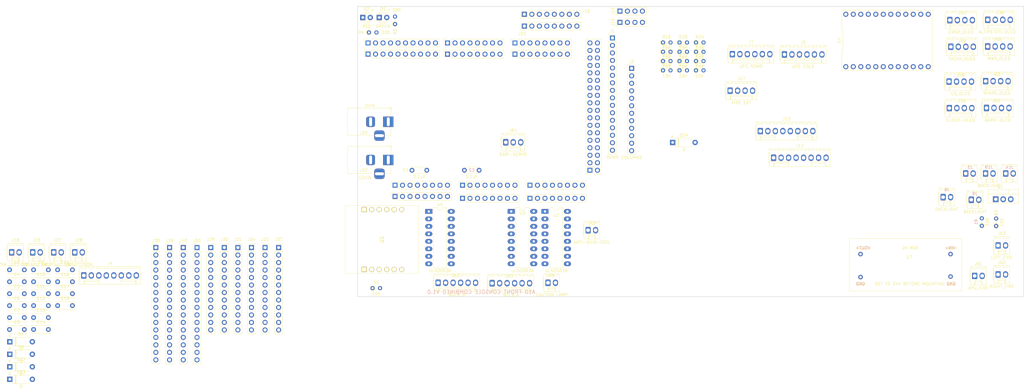
<source format=kicad_pcb>
(kicad_pcb (version 20240108) (generator "pcbnew") (generator_version "8.0")
  (title_block (date "mar. 31 mars 2015"))
  (layers (0 "F.Cu" signal) (31 "B.Cu" signal) (34 "B.Paste" user) (35 "F.Paste" user) (36 "B.SilkS" user "B.Silkscreen") (37 "F.SilkS" user "F.Silkscreen") (38 "B.Mask" user) (39 "F.Mask" user) (44 "Edge.Cuts" user))
  (net 0 "")
  (net 1 "GND")
  (net 2 "SCLK")
  (net 3 "ES1_RST")
  (net 4 "MISO")
  (net 5 "MOSI")
  (net 6 "+5V")
  (net 7 "/IOREF")
  (net 8 "/AREF")
  (net 9 "/*13")
  (net 10 "/*12")
  (net 11 "+5VD")
  (net 12 "/TX0{slash}1")
  (net 13 "/RX0{slash}0")
  (net 14 "+3V3")
  (net 15 "Net-(D1-A)")
  (net 16 "+12V")
  (net 17 "Net-(D2-A)")
  (net 18 "BACKLIGHT_-V")
  (net 19 "VCC")
  (net 20 "/~{RESET}")
  (net 21 "SS")
  (net 22 "Net-(J10-Pin_1)")
  (net 23 "D21 SCL")
  (net 24 "D20 SDA")
  (net 25 "/COIL AND LAMP DRIVERS/CAUTION_LAMP-")
  (net 26 "Net-(J10-Pin_2)")
  (net 27 "Net-(J10-Pin_3)")
  (net 28 "Net-(J10-Pin_4)")
  (net 29 "Net-(J11-Pin_1)")
  (net 30 "BACKLIGHT")
  (net 31 "Net-(J11-Pin_2)")
  (net 32 "Net-(J11-Pin_3)")
  (net 33 "Net-(J11-Pin_4)")
  (net 34 "Net-(J11-Pin_5)")
  (net 35 "Net-(J11-Pin_6)")
  (net 36 "Net-(J11-Pin_7)")
  (net 37 "Net-(J11-Pin_8)")
  (net 40 "Net-(Q1-G)")
  (net 41 "Net-(U1-INT)")
  (net 42 "D14")
  (net 44 "D17")
  (net 45 "D15")
  (net 46 "D18")
  (net 47 "D16")
  (net 48 "D19")
  (net 49 "D11")
  (net 50 "D9")
  (net 51 "D8")
  (net 52 "/COIL AND LAMP DRIVERS/B_APU_FIRE")
  (net 53 "+24V")
  (net 54 "/COIL AND LAMP DRIVERS/B_RIGHT_FIRE")
  (net 55 "/COIL AND LAMP DRIVERS/B_LEFT_FIRE")
  (net 56 "/COIL AND LAMP DRIVERS/TISL")
  (net 57 "/COIL AND LAMP DRIVERS/EGI")
  (net 58 "/COIL AND LAMP DRIVERS/HARS")
  (net 59 "/COIL AND LAMP DRIVERS/MISSLE LAUNCH")
  (net 60 "/COIL AND LAMP DRIVERS/SEP")
  (net 61 "/COIL AND LAMP DRIVERS/PRI")
  (net 64 "D6")
  (net 65 "/COIL AND LAMP DRIVERS/ILS")
  (net 66 "/COIL AND LAMP DRIVERS/TCN")
  (net 67 "/COIL AND LAMP DRIVERS/ANCHR")
  (net 68 "/COIL AND LAMP DRIVERS/STR PT")
  (net 71 "/COIL AND LAMP DRIVERS/COIL_ANTI_SKID")
  (net 72 "D3")
  (net 73 "/OLED/SD7")
  (net 74 "/OLED/SD5")
  (net 75 "/OLED/SC1")
  (net 76 "/OLED/SC2")
  (net 77 "/OLED/SD1")
  (net 78 "/OLED/SD0")
  (net 79 "/OLED/SC7")
  (net 80 "/OLED/SD2")
  (net 81 "/OLED/SD3")
  (net 82 "/OLED/SC6")
  (net 83 "/OLED/SC3")
  (net 84 "/OLED/SC0")
  (net 85 "/OLED/SD4")
  (net 86 "/OLED/SD6")
  (net 87 "/OLED/SC5")
  (net 88 "/OLED/SC4")
  (net 90 "D5")
  (net 94 "D7")
  (net 95 "D4")
  (net 96 "A7 D61")
  (net 97 "A3 D57")
  (net 98 "A6 D60")
  (net 99 "A4 D58")
  (net 100 "A2 D56")
  (net 101 "A0 D54")
  (net 102 "A1 D55")
  (net 103 "A5 D59")
  (net 104 "A14 D68")
  (net 105 "A10 D64")
  (net 106 "A15 D69")
  (net 107 "A13 D67")
  (net 108 "A11 D65")
  (net 109 "A8 D62")
  (net 110 "A9 D63")
  (net 111 "A12 D66")
  (net 112 "D47")
  (net 113 "D30")
  (net 114 "D48")
  (net 115 "D36")
  (net 116 "D31")
  (net 117 "D43")
  (net 118 "D28")
  (net 119 "D29")
  (net 120 "D33")
  (net 121 "D45")
  (net 122 "D46")
  (net 123 "D27")
  (net 124 "D38")
  (net 125 "D23")
  (net 126 "D42")
  (net 127 "D37")
  (net 128 "D49")
  (net 129 "D40")
  (net 130 "D34")
  (net 131 "D39")
  (net 132 "D44")
  (net 133 "D35")
  (net 134 "D25")
  (net 135 "D24")
  (net 136 "D22")
  (net 137 "D32")
  (net 138 "D26")
  (net 139 "D41")
  (net 140 "Net-(D7-K)")
  (net 141 "Net-(D8-K)")
  (net 142 "Net-(D22-K)")
  (net 143 "Net-(D23-K)")
  (net 144 "Net-(D24-K)")
  (net 145 "Net-(J29-Pin_1)")
  (net 146 "Net-(J29-Pin_7)")
  (net 147 "Net-(J29-Pin_4)")
  (net 148 "Net-(J29-Pin_11)")
  (net 149 "Net-(J29-Pin_6)")
  (net 150 "Net-(J29-Pin_5)")
  (net 151 "Net-(J29-Pin_12)")
  (net 152 "Net-(J29-Pin_8)")
  (net 153 "Net-(J29-Pin_3)")
  (net 154 "Net-(J29-Pin_9)")
  (net 155 "Net-(J29-Pin_10)")
  (net 156 "Net-(J29-Pin_2)")
  (net 157 "Net-(J31-Pin_5)")
  (net 158 "Net-(J31-Pin_4)")
  (net 159 "Net-(J31-Pin_10)")
  (net 160 "Net-(J31-Pin_3)")
  (net 161 "Net-(J31-Pin_9)")
  (net 162 "Net-(J31-Pin_7)")
  (net 163 "Net-(J31-Pin_1)")
  (net 164 "Net-(J31-Pin_11)")
  (net 165 "Net-(J31-Pin_12)")
  (net 166 "Net-(J31-Pin_8)")
  (net 167 "Net-(J31-Pin_6)")
  (net 168 "Net-(J31-Pin_2)")
  (net 169 "Net-(J35-Pin_12)")
  (net 170 "Net-(J35-Pin_4)")
  (net 171 "Net-(J35-Pin_6)")
  (net 172 "Net-(J35-Pin_7)")
  (net 173 "Net-(J35-Pin_3)")
  (net 174 "Net-(J35-Pin_5)")
  (net 175 "Net-(J35-Pin_2)")
  (net 176 "Net-(J35-Pin_10)")
  (net 177 "Net-(J35-Pin_8)")
  (net 178 "Net-(J35-Pin_11)")
  (net 179 "Net-(J35-Pin_1)")
  (net 180 "Net-(J35-Pin_9)")
  (net 181 "Net-(J38-Pin_1)")
  (net 182 "Net-(J38-Pin_8)")
  (net 183 "Net-(J38-Pin_3)")
  (net 184 "Net-(J38-Pin_11)")
  (net 185 "Net-(J38-Pin_12)")
  (net 186 "Net-(J38-Pin_10)")
  (net 187 "Net-(J38-Pin_16)")
  (net 188 "Net-(J38-Pin_9)")
  (net 189 "Net-(J38-Pin_6)")
  (net 190 "Net-(J38-Pin_14)")
  (net 191 "Net-(J38-Pin_5)")
  (net 192 "Net-(J38-Pin_13)")
  (net 193 "Net-(J38-Pin_15)")
  (net 194 "Net-(J38-Pin_2)")
  (net 195 "Net-(J38-Pin_7)")
  (net 196 "Net-(J38-Pin_4)")
  (net 197 "Net-(J40-Pin_15)")
  (net 198 "Net-(J40-Pin_3)")
  (net 199 "Net-(J40-Pin_2)")
  (net 200 "Net-(J40-Pin_14)")
  (net 201 "Net-(J40-Pin_6)")
  (net 202 "Net-(J40-Pin_11)")
  (net 203 "Net-(J40-Pin_9)")
  (net 204 "Net-(J40-Pin_8)")
  (net 205 "Net-(J40-Pin_12)")
  (net 206 "Net-(J40-Pin_1)")
  (net 207 "Net-(J40-Pin_7)")
  (net 208 "Net-(J40-Pin_16)")
  (net 209 "Net-(J40-Pin_5)")
  (net 210 "Net-(J40-Pin_10)")
  (net 211 "Net-(J40-Pin_13)")
  (net 212 "Net-(J40-Pin_4)")
  (footprint "Connector_PinSocket_2.54mm:PinSocket_2x18_P2.54mm_Vertical" (layer "F.Cu") (at 193.98 92.38 180)
    (property "Reference" "J45" (hide yes))
    (property "Value" "Digital")
  )
  (footprint "Connector_PinSocket_2.54mm:PinSocket_1x08_P2.54mm_Vertical" (layer "F.Cu") (at 127.94 97.46 90)
    (property "Reference" "J42" (hide yes))
    (property "Value" "Power")
  )
  (footprint "Connector_PinSocket_2.54mm:PinSocket_1x08_P2.54mm_Vertical" (layer "F.Cu") (at 150.8 97.46 90)
    (property "Reference" "J43" (hide yes))
    (property "Value" "Analog")
  )
  (footprint "Connector_PinSocket_2.54mm:PinSocket_1x08_P2.54mm_Vertical" (layer "F.Cu") (at 173.66 97.46 90)
    (property "Reference" "J44" (hide yes))
    (property "Value" "Analog")
  )
  (footprint "Connector_PinSocket_2.54mm:PinSocket_1x10_P2.54mm_Vertical" (layer "F.Cu") (at 118.796 49.2 90)
    (property "Reference" "J46" (hide yes))
    (property "Value" "PWM")
  )
  (footprint "Connector_PinSocket_2.54mm:PinSocket_1x08_P2.54mm_Vertical" (layer "F.Cu") (at 145.72 49.2 90)
    (property "Reference" "J47" (hide yes))
    (property "Value" "PWM")
  )
  (footprint "Connector_PinSocket_2.54mm:PinSocket_1x08_P2.54mm_Vertical" (layer "F.Cu") (at 168.58 49.2 90)
    (property "Reference" "J48" (hide yes))
    (property "Value" "Communication")
  )
  (footprint "Connector_Molex:Molex_KK-254_AE-6410-08A_1x08_P2.54mm_Vertical" (layer "F.Cu") (at 251.71 79.1)
    (property "Reference" "J13")
    (property "Value" "NMSP CMSP")
  )
  (footprint "Package_DIP:DIP-24_TCA9548A" (layer "F.Cu") (at 294.63 48.36)
    (property "Reference" "U4")
    (property "Value" "TCA9548APWR")
  )
  (footprint "Resistor_THT:R_Axial_DIN0204_L3.6mm_D1.6mm_P2.54mm_Vertical" (layer "F.Cu") (at 119.1 45.644)
    (property "Reference" "R4")
    (property "Value" "330")
  )
  (footprint "Resistor_THT:R_Axial_DIN0204_L3.6mm_D1.6mm_P2.54mm_Vertical" (layer "F.Cu") (at 218.73 49.05)
    (property "Reference" "R16")
    (property "Value" "10K")
  )
  (footprint "Package_DIP:DIP-16_W7.62mm_LongPads" (layer "F.Cu") (at 178.74 106.35)
    (property "Reference" "U2")
    (property "Value" "ULN2003A")
  )
  (footprint "Capacitor_THT:C_Disc_D6.0mm_W2.5mm_P5.00mm" (layer "F.Cu") (at 13.63 134.26)
    (property "Reference" "C17")
    (property "Value" "0.1uF")
  )
  (footprint "Connector_Molex:Molex_KK-254_AE-6410-04A_1x04_P2.54mm_Vertical" (layer "F.Cu") (at 328.73 50.4)
    (property "Reference" "J56")
    (property "Value" "MWS_OLED")
  )
  (footprint "Capacitor_THT:C_Disc_D6.0mm_W2.5mm_P5.00mm" (layer "F.Cu") (at 5.48 142.36)
    (property "Reference" "C13")
    (property "Value" "0.1uF")
  )
  (footprint "Resistor_THT:R_Axial_DIN0204_L3.6mm_D1.6mm_P2.54mm_Vertical" (layer "F.Cu") (at 218.73 58.5)
    (property "Reference" "R19")
    (property "Value" "10K")
  )
  (footprint "Resistor_THT:R_Axial_DIN0204_L3.6mm_D1.6mm_P2.54mm_Vertical" (layer "F.Cu") (at 120.325 132.385)
    (property "Reference" "R5")
    (property "Value" "10K")
  )
  (footprint "Connector_Molex:Molex_KK-254_AE-6410-06A_1x06_P2.54mm_Vertical" (layer "F.Cu") (at 160.83 130.7)
    (property "Reference" "J51")
    (property "Value" "BULB_A")
  )
  (footprint "Connector_Molex:Molex_KK-254_AE-6410-04A_1x04_P2.54mm_Vertical" (layer "F.Cu") (at 315.74 71.3)
    (property "Reference" "J21")
    (property "Value" "CLOCK-OLED")
  )
  (footprint "Connector_PinSocket_2.54mm:PinSocket_1x08_P2.54mm_Vertical" (layer "F.Cu") (at 173.66 101.905 90)
    (property "Reference" "J33")
    (property "Value" "Analog")
  )
  (footprint "Diode_THT:D_A-405_P7.62mm_Horizontal" (layer "F.Cu") (at 221.99 82.95)
    (property "Reference" "D24")
    (property "Value" "D")
  )
  (footprint "Capacitor_THT:C_Disc_D6.0mm_W2.5mm_P5.00mm" (layer "F.Cu") (at -2.67 126.16)
    (property "Reference" "C3")
    (property "Value" "0.1uF")
  )
  (footprint "Arduino_MountingHole:MountingHole_3.2mm" (layer "F.Cu") (at 196.02 132.385)
    (property "Reference" "H2")
    (property "Value" "MountingHole")
  )
  (footprint "Connector_PinHeader_2.54mm:PinHeader_1x12_P2.54mm_Vertical" (layer "F.Cu") (at 208.1 57.81)
    (property "Reference" "J2")
    (property "Value" "COLUMNS")
  )
  (footprint "Diode_THT:D_A-405_P7.62mm_Horizontal" (layer "F.Cu") (at -2.57 154.81)
    (property "Reference" "D8")
    (property "Value" "D")
  )
  (footprint "Diode_THT:D_A-405_P7.62mm_Horizontal" (layer "F.Cu") (at -2.57 159.06)
    (property "Reference" "D22")
    (property "Value" "D")
  )
  (footprint "Connector_Molex:Molex_KK-254_AE-6410-02A_1x02_P2.54mm_Vertical" (layer "F.Cu") (at 193.345 112.72)
    (property "Reference" "J53")
    (property "Value" "ANTI-SKID-COIL")
  )
  (footprint "Connector_PinHeader_2.54mm:PinHeader_1x08_P2.54mm_Vertical" (layer "F.Cu") (at 171.755 43.485 90)
    (property "Reference" "J11")
    (property "Value" "PATCH")
  )
  (footprint "Capacitor_THT:C_Disc_D6.0mm_W2.5mm_P5.00mm" (layer "F.Cu") (at 5.48 138.31)
    (property "Reference" "C12")
    (property "Value" "0.1uF")
  )
  (footprint "Connector_PinSocket_2.54mm:PinSocket_1x12_P2.54mm_Vertical" (layer "F.Cu") (at 65.5 118.61)
    (property "Reference" "J29")
    (property "Value" "PATCH")
  )
  (footprint "Connector_Molex:Molex_KK-254_AE-6410-06A_1x06_P2.54mm_Vertical" (layer "F.Cu") (at 259.88 53.1)
    (property "Reference" "J5")
    (property "Value" "UFC COLS")
  )
  (footprint "Capacitor_THT:C_Disc_D6.0mm_W2.5mm_P5.00mm" (layer "F.Cu") (at -2.67 130.21)
    (property "Reference" "C4")
    (property "Value" "0.1uF")
  )
  (footprint "Connector_PinSocket_2.54mm:PinSocket_1x08_P2.54mm_Vertical" (layer "F.Cu") (at 127.94 101.27 90)
    (property "Reference" "J41")
    (property "Value" "Power")
  )
  (footprint "Connector_Molex:Molex_KK-254_AE-6410-02A_1x02_P2.54mm_Vertical" (layer "F.Cu") (at 332.25 117.9)
    (property "Reference" "J63")
    (property "Value" "LEFT_FIRE")
  )
  (footprint "Capacitor_THT:C_Disc_D6.0mm_W2.5mm_P5.00mm" (layer "F.Cu") (at 5.48 134.26)
    (property "Reference" "C11")
    (property "Value" "0.1uF")
  )
  (footprint "Connector_PinHeader_2.54mm:PinHeader_1x08_P2.54mm_Vertical" (layer "F.Cu") (at 171.755 39.47 90)
    (property "Reference" "J16")
    (property "Value" "PATCH")
  )
  (footprint "Connector_Molex:Molex_KK-254_AE-6410-02A_1x02_P2.54mm_Vertical" (layer "F.Cu") (at 334.85 93.48)
    (property "Reference" "J14")
    (property "Value" "BACKLIGHT")
  )
  (footprint "Connector_Molex:Molex_KK-254_AE-6410-02A_1x02_P2.54mm_Vertical" (layer "F.Cu") (at 5.18 120.23)
    (property "Reference" "J23")
    (property "Value" "SW APU FIRE")
  )
  (footprint "Capacitor_THT:C_Disc_D4.3mm_W1.9mm_P5.00mm" (layer "F.Cu") (at 133.695 92.38)
    (property "Reference" "C1")
    (property "Value" "0.1uF")
  )
  (footprint "Connector_PinSocket_2.54mm:PinSocket_1x12_P2.54mm_Vertical" (layer "F.Cu") (at 74.7 118.61)
    (property "Reference" "J31")
    (property "Value" "PATCH")
  )
  (footprint "Connector_Molex:Molex_KK-254_AE-6410-02A_1x02_P2.54mm_Vertical" (layer "F.Cu") (at 323.18 102.4)
    (property "Reference" "J9")
    (property "Value" "BACKLIGHT")
  )
  (footprint "Connector_PinHeader_2.54mm:PinHeader_1x04_P2.54mm_Vertical" (layer "F.Cu") (at 204.14 42.215 90)
    (property "Reference" "J10")
    (property "Value" "PATCH")
  )
  (footprint "Connector_PinSocket_2.54mm:PinSocket_1x12_P2.54mm_Vertical" (layer "F.Cu") (at 88.5 118.61)
    (property "Reference" "J37")
    (property "Value" "PATCH")
  )
  (footprint "Connector_PinHeader_2.54mm:PinHeader_1x16_P2.54mm_Vertical" (layer "F.Cu") (at 60.85 118.61)
    (property "Reference" "J50")
    (property "Value" "PATCH")
  )
  (footprint "Capacitor_THT:C_Disc_D6.0mm_W2.5mm_P5.00mm" (layer "F.Cu") (at 13.63 138.31)
    (property "Reference" "C18")
    (property "Value" "0.1uF")
  )
  (footprint "Capacitor_THT:C_Disc_D6.0mm_W2.5mm_P5.00mm" (layer "F.Cu") (at -2.67 146.41)
    (property "Reference" "C8")
    (property "Value" "0.1uF")
  )
  (footprint "Connector_Molex:Molex_KK-254_AE-6410-02A_1x02_P2.54mm_Vertical" (layer "F.Cu") (at 328.01 93.48)
    (property "Reference" "J19")
    (property "Value" "BACKLIGHT")
  )
  (footprint "Resistor_THT:R_Axial_DIN0204_L3.6mm_D1.6mm_P2.54mm_Vertical" (layer "F.Cu") (at 326.75 111.23 90)
    (property "Reference" "R1")
    (property "Value" "330")
  )
  (footprint "Resistor_THT:R_Axial_DIN0204_L3.6mm_D1.6mm_P2.54mm_Vertical" (layer "F.Cu") (at 218.73 55.35)
    (property "Reference" "R18")
    (property "Value" "10K")
  )
  (footprint "Connector_PinHeader_2.54mm:PinHeader_1x16_P2.54mm_Vertical" (layer "F.Cu") (at 46.9 118.61)
    (property "Reference" "J38")
    (property "Value" "PATCH")
  )
  (footprint "Connector_Molex:Molex_KK-254_AE-6410-02A_1x02_P2.54mm_Vertical" (layer "F.Cu") (at 19.44 120.23)
    (property "Reference" "J28")
    (property "Value" "SW JETTISON")
  )
  (footprint "Capacitor_THT:C_Disc_D6.0mm_W2.5mm_P5.00mm" (layer "F.Cu") (at 5.48 146.41)
    (property "Reference" "C14")
    (property "Value" "0.1uF")
  )
  (footprint "Resistor_THT:R_Axial_DIN0204_L3.6mm_D1.6mm_P2.54mm_Vertical" (layer "F.Cu") (at 224.32 49.05)
    (property "Reference" "R20")
    (property "Value" "10K")
  )
  (footprint "Connector_Molex:Molex_KK-254_AE-6410-04A_1x04_P2.54mm_Vertical" (layer "F.Cu") (at 241.46 65.4)
    (property "Reference" "J17")
    (property "Value" "FIRE EXT")
  )
  (footprint "Connector_PinSocket_2.54mm:PinSocket_1x12_P2.54mm_Vertical" (layer "F.Cu") (at 83.9 118.61)
    (property "Reference" "J35")
    (property "Value" "PATCH")
  )
  (footprint "Resistor_THT:R_Axial_DIN0204_L3.6mm_D1.6mm_P2.54mm_Vertical" (layer "F.Cu") (at 224.32 52.2)
    (property "Reference" "R21")
    (property "Value" "10K")
  )
  (footprint "Connector_Molex:Molex_KK-254_AE-6410-02A_1x02_P2.54mm_Vertical" (layer "F.Cu") (at 332.25 127.75)
    (property "Reference" "J62")
    (property "Value" "RIGHT_FIRE")
  )
  (footprint "Connector_Molex:Molex_KK-254_AE-6410-02A_1x02_P2.54mm_Vertical" (layer "F.Cu") (at 313.63 101.52)
    (property "Reference" "J6")
    (property "Value" "BACKLIGHT")
  )
  (footprint "Connector_Molex:Molex_KK-254_AE-6410-02A_1x02_P2.54mm_Vertical" (layer "F.Cu") (at 321.279 93.48)
    (property "Reference" "J3")
    (property "Value" "BACKLIGHT")
  )
  (footprint "Connector_Molex:Molex_KK-254_AE-6410-02A_1x02_P2.54mm_Vertical" (layer "F.Cu") (at -1.95 120.23)
    (property "Reference" "J18")
    (property "Value" "SW LEFT FIRE")
  )
  (footprint "Arduino_MountingHole:MountingHole_3.2mm" (layer "F.Cu") (at 196.02 39.675)
    (property "Reference" "H3")
    (property "Value" "MountingHole")
  )
  (footprint "Resistor_THT:R_Axial_DIN0204_L3.6mm_D1.6mm_P2.54mm_Vertical" (layer "F.Cu") (at 229.91 58.5)
    (property "Reference" "R27")
    (property "Value" "10K")
  )
  (footprint "Connector_PinSocket_2.54mm:PinSocket_1x08_P2.54mm_Vertical" (layer "F.Cu") (at 168.58 53.01 90)
    (property "Reference" "J26")
    (property "Value" "Communication" (hide yes))
  )
  (footprint "Capacitor_THT:C_Disc_D6.0mm_W2.5mm_P5.00mm" (layer "F.Cu") (at 13.63 126.16)
    (property "Reference" "C15")
    (property "Value" "0.1uF")
  )
  (footprint "Resistor_THT:R_Axial_DIN0204_L3.6mm_D1.6mm_P2.54mm_Vertical" (layer "F.Cu") (at 218.73 52.2)
    (property "Reference" "R17")
    (property "Value" "10K")
  )
  (footprint "Connector_Molex:Molex_KK-254_AE-6410-08A_1x08_P2.54mm_Vertical" (layer "F.Cu") (at 256.2 88.15)
    (property "Reference" "J12")
    (property "Value" "LANDING GEAR")
  )
  (footprint "Resistor_THT:R_Axial_DIN0204_L3.6mm_D1.6mm_P2.54mm_Vertical" (layer "F.Cu") (at 229.91 55.35)
    (property "Reference" "R26")
    (property "Value" "10K")
  )
  (footprint "Resistor_THT:R_Axial_DIN0204_L3.6mm_D1.6mm_P2.54mm_Vertical" (layer "F.Cu") (at 224.32 58.5)
    (property "Reference" "R23")
    (property "Value" "10K")
  )
  (footprint "Connector_Molex:Molex_KK-254_AE-6410-04A_1x04_P2.54mm_Vertical" (layer "F.Cu") (at 315.92 41.45)
    (property "Reference" "J57")
    (property "Value" "CMSP_OLED")
  )
  (footprint "Connector_Molex:Molex_KK-254_AE-6410-04A_1x04_P2.54mm_Vertical" (layer "F.Cu") (at 316.25 50.5)
    (property "Reference" "J59")
    (property "Value" "TACAN_OLED")
  )
  (footprint "Connector_Molex:Molex_KK-254_AE-6410-04A_1x04_P2.54mm_Vertical" (layer "F.Cu") (at 315.64 62.3)
    (property "Reference" "J58")
    (property "Value" "ILS_OLED")
  )
  (footprint "Package_DIP:DIP-16_W7.62mm_LongPads" (layer "F.Cu") (at 139.37 106.35)
    (property "Reference" "U5")
    (property "Value" "ULN2003A")
  )
  (footprint "Connector_Molex:Molex_KK-254_AE-6410-02A_1x02_P2.54mm_Vertical" (layer "F.Cu") (at 324.32 128.22)
    (property "Reference" "J61")
    (property "Value" "APU_FIRE")
  )
  (footprint "Capacitor_THT:C_Disc_D6.0mm_W2.5mm_P5.00mm" (layer "F.Cu") (at -2.67 134.26)
    (property "Reference" "C5")
    (property "Value" "0.1uF")
  )
  (footprint "Connector_BarrelJack:BarrelJack_Horizontal" (layer "F.Cu") (at 125.66 88.8825)
    (property "Reference" "J22")
    (property "Value" "12VIN")
  )
  (footprint "Connector_PinHeader_2.54mm:PinHeader_1x16_P2.54mm_Vertical" (layer "F.Cu") (at 201.6 47.5)
    (property "Reference" "J1")
    (property "Value" "ROWS")
  )
  (footprint "Connector_PinSocket_2.54mm:PinSocket_1x08_P2.54mm_Vertical" (layer "F.Cu") (at 145.72 53.01 90)
    (property "Reference" "J25")
    (property "Value" "PWM")
  )
  (footprint "Connector_PinSocket_2.54mm:PinSocket_1x08_P2.54mm_Vertical" (layer "F.Cu") (at 150.8 101.905 90)
    (property "Reference" "J32")
    (property "Value" "Analog")
  )
  (footprint "Connector_PinSocket_2.54mm:PinSocket_1x12_P2.54mm_Vertical" (layer "F.Cu") (at 70.1 118.61)
    (property "Reference" "J30")
    (property "Value" "PATCH")
  )
  (footprint "Resistor_THT:R_Axial_DIN0204_L3.6mm_D1.6mm_P2.54mm_Vertical" (layer "F.Cu") (at 229.91 49.05)
    (property "Reference" "R24")
    (property "Value" "10K")
  )
  (footprint "Connector_Molex:Molex_KK-254_AE-6410-06A_1x06_P2.54mm_Vertical" (layer "F.Cu") (at 242.23 53)
    (property "Reference" "J7")
    (property "Value" "UFC ROWS")
  )
  (footprint "Resistor_THT:R_Axial_DIN0204_L3.6mm_D1.6mm_P2.54mm_Vertical" (layer "F.Cu") (at 229.91 52.2)
    (property "Reference" "R25")
    (property "Value" "10K")
  )
  (footprint "Connector_Molex:Molex_KK-254_AE-6410-03A_1x03_P2.54mm_Vertical" (layer "F.Cu") (at 165.45 82.9)
    (property "Reference" "J64")
    (property "Value" "SARI-SERVO")
  )
  (footprint "VARIABLE_BUCK:VARIABLE_BUCK" (layer "F.Cu") (at 302.18 124.386)
    (property "Reference" "U7")
    (property "Value" "VIRIABLE BUCK")
  )
  (footprint "Capacitor_THT:C_Disc_D6.0mm_W2.5mm_P5.00mm" (layer "F.Cu") (at -2.67 142.36)
    (property "Reference" "C7")
    (property "Value" "0.1uF")
  )
  (footprint "Package_DIP:DIP-16_W7.62mm_LongPads" (layer "F.Cu") (at 167.31 106.35)
    (property "Reference" "U3")
    (property "Value" "ULN2003A")
  )
  (footprint "Package_TO_SOT_THT:TO-220-3_Vertical" (layer "F.Cu") (at 331.46 102.225)
    (property "Reference" "Q1")
    (property "Value" "IRF1405PBF")
  )
  (footprint "LED_THT:LED_D3.0mm" (layer "F.Cu") (at 122.601 40.564)
    (property "Reference" "D1")
    (property "Value" "GREEN")
  )
  (footprint "Capacitor_THT:C_Disc_D6.0mm_W2.5mm_P5.00mm" (layer "F.Cu") (at 5.48 130.21)
    (property "Reference" "C10")
    (property "Value" "0.1uF")
  )
  (footprint "Connector_BarrelJack:BarrelJack_Horizontal" (layer "F.Cu") (at 125.66 75.945)
    (property "Reference" "J20")
    (property "Value" "5VIN")
  )
  (footprint "Diode_THT:D_A-405_P7.62mm_Horizontal" (layer "F.Cu") (at -2.57 150.56)
    (property "Reference" "D7")
    (property "Value" "D")
  )
  (footprint "Connector_Molex:Molex_KK-254_AE-6410-04A_1x04_P2.54mm_Vertical" (layer "F.Cu") (at 328.76 41.35)
    (property "Reference" "J36")
    (property "Value" "ALTIMETER-OLED")
  )
  (footprint "Capacitor_THT:C_Disc_D6.0mm_W2.5mm_P5.00mm" (layer "F.Cu") (at 5.48 126.16)
    (property "Reference" "C9")
    (property "Value" "0.1uF")
  )
  (footprint "Connector_Molex:Molex_KK-254_AE-6410-04A_1x04_P2.54mm_Vertical" (layer "F.Cu") (at 328.04 62.15)
    (property "Reference" "J60")
    (property "Value" "SPARE_OLED")
  )
  (footprint "Capacitor_THT:C_Disc_D6.0mm_W2.5mm_P5.00mm" (layer "F.Cu") (at 13.63 130.21)
    (property "Reference" "C16")
    (property "Value" "0.1uF")
  )
  (footprint "Connector_PinHeader_2.54mm:PinHeader_1x04_P2.54mm_Vertical" (layer "F.Cu") (at 204.14 38.405 90)
    (property "Reference" "J15")
    (property "Value" "PATCH")
  )
  (footprint "Resistor_THT:R_Axial_DIN0204_L3.6mm_D1.6mm_P2.54mm_Vertical" (layer "F.Cu") (at 127.94 42.8 90)
    (property "Reference" "R3")
    (property "Value" "330")
  )
  (footprint "Diode_THT:D_A-405_P7.62mm_Horizontal" (layer "F.Cu") (at -2.57 163.31)
    (property "Reference" "D23")
    (property "Value" "D")
  )
  (footprint "Connector_PinHeader_2.54mm:PinHeader_1x16_P2.54mm_Vertical" (layer "F.Cu") (at 56.2 118.61)
    (property "Reference" "J40")
    (property "Value" "PATCH")
  )
  (footprint "Arduino_MountingHole:MountingHole_3.2mm" (layer "F.Cu") (at 166.04 64.44)
    (property "Reference" "MH1" (hide yes))
    (property "Value" "MountingHole_3.2mm" (hide yes))
  )
  (footprint "USR-ES1:USRES1" (layer "F.Cu") (at 117.495 126.035 90)
    (property "Reference" "U1")
    (property "Value" "USR-ES1" (hide yes))
  )
  (footprint "Connector_PinSocket_2.54mm:PinSocket_1x10_P2.54mm_Vertical" (layer "F.Cu") (at 118.796 52.985 90)
    (property "Reference" "J24")
    (property "Value" "PWM")
  )
  (footprint "Connector_Molex:Molex_KK-254_AE-6410-04A_1x04_P2.54mm_Vertical" (layer "F.Cu") (at 328.33 71.25)
    (property "Reference" "J55")
    (property "Value" "BARO-OLED")
  )
  (footprint "Arduino_MountingHole:MountingHole_3.2mm" (layer "F.Cu") (at 136.02 132.385)
    (property "Reference" "H1")
    (property "Value" "MountingHole")
  )
  (footprint "Connector_Molex:Molex_KK-254_AE-6410-08A_1x08_P2.54mm_Vertical" (layer "F.Cu") (at 22.5 128.08)
    (property "Reference" "J4")
    (property "Value" "MASTER ARM")
  )
  (footprint "Connector_Molex:Molex_KK-254_AE-6410-02A_1x02_P2.54mm_Vertical" (layer "F.Cu") (at 179.76 130.55)
    (property "Reference" "J49")
    (property "Value" "CAUTION LAMP")
  )
  (footprint "Resistor_THT:R_Axial_DIN0204_L3.6mm_D1.6mm_P2.54mm_Vertical" (layer "F.Cu") (at 331.6 111.3 90)
    (property "Reference" "R2")
    (property "Value" "10K")
  )
  (footprint "Resistor_THT:R_Axial_DIN0204_L3.6mm_D1.6mm_P2.54mm_Vertical" (layer "F.Cu") (at 224.32 55.35)
    (property "Reference" "R22")
    (property "Value" "10K")
  )
  (footprint "Connector_PinHeader_2.54mm:PinHeader_1x16_P2.54mm_Vertical" (layer "F.Cu") (at 51.55 118.61)
    (property "Reference" "J39")
    (property "Value" "PATCH")
  )
  (footprint "LED_THT:LED_D3.0mm" (layer "F.Cu") (at 117.013 40.564)
    (property "Reference" "D2")
    (property "Value" "RED")
  )
  (footprint "Capacitor_THT:C_Disc_D6.0mm_W2.5mm_P5.00mm" (layer "F.Cu") (at -2.67 138.31)
    (property "Reference" "C6")
    (property "Value" "0.1uF")
  )
  (footprint "Connector_Molex:Molex_KK-254_AE-6410-06A_1x06_P2.54mm_Vertical" (layer "F.Cu") (at 142.53 130.55)
    (property "Reference" "J52")
    (property "Value" "BULB_B")
  )
  (footprint "Capacitor_THT:C_Disc_D4.3mm_W1.9mm_P5.00mm" (layer "F.Cu") (at 151.435 92.38)
    (property "Reference" "C2")
    (property "Value" "0.1uF")
  )
  (footprint "Connector_PinSocket_2.54mm:PinSocket_1x12_P2.54mm_Vertical" (layer "F.Cu") (at 79.3 118.61)
    (property "Reference" "J34")
    (property "Value" "PATCH")
  )
  (footprint "Connector_Molex:Molex_KK-254_AE-6410-02A_1x02_P2.54mm_Vertical" (layer "F.Cu") (at 12.31 120.23)
    (property "Reference" "J27")
    (property "Value" "SW RIGHT FIRE")
  )
  (footprint "Arduino_MountingHole:MountingHole_3.2mm" (layer "F.Cu") (at 136.02 39.675)
    (property "Reference" "H4")
    (property "Value" "MountingHole")
  )
  (gr_rect (start 115.24 36.8175) (end 340.985 135.2425) (stroke (width 0.15)) (fill none) (layer "Edge.Cuts"))
  (gr_text "A10 FRONT CONSOLE COMBINED V1.0" (at 157.15 133.655 -0) (layer "B.SilkS") (effects (font (size 1.3 1.3)) (justify mirror)))
  (gr_text "+" (at 125.908 38.024 0) (layer "F.SilkS") (effects (font (size 1 1))))
  (gr_text "+" (at 120.32 38.024 0) (layer "F.SilkS") (effects (font (size 1 1))))
)
</source>
